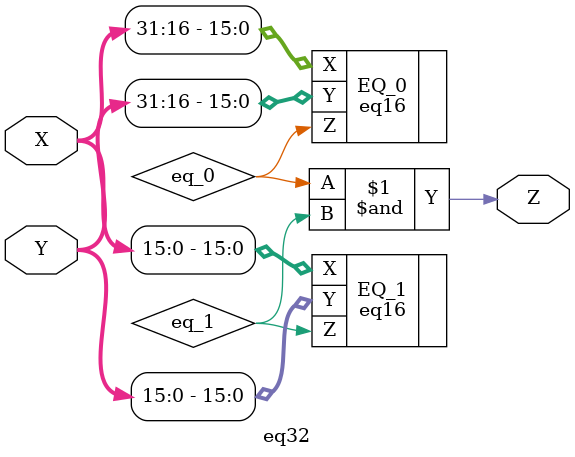
<source format=v>
`timescale 1ns / 1ps
`default_nettype none


module eq32(X, Y, Z);
    input wire [31:0] X, Y;
    output wire Z;

    wire eq_0, eq_1;

    eq16 EQ_0 (
        .X(X[31:16]),
        .Y(Y[31:16]),
        .Z(eq_0)
    );

    eq16 EQ_1 (
        .X(X[15:0]),
        .Y(Y[15:0]),
        .Z(eq_1)
    );

    assign Z = eq_0 & eq_1;
endmodule

</source>
